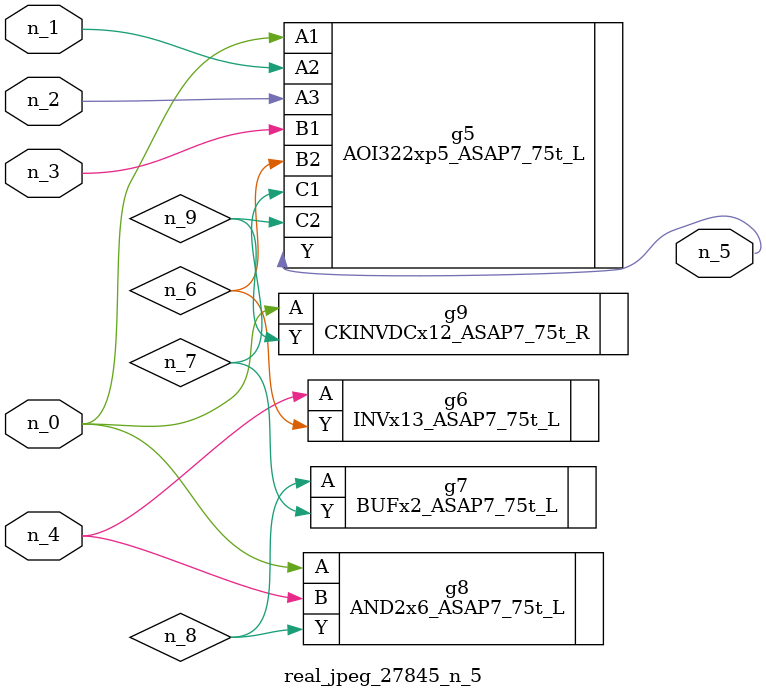
<source format=v>
module real_jpeg_27845_n_5 (n_4, n_0, n_1, n_2, n_3, n_5);

input n_4;
input n_0;
input n_1;
input n_2;
input n_3;

output n_5;

wire n_8;
wire n_6;
wire n_7;
wire n_9;

AOI322xp5_ASAP7_75t_L g5 ( 
.A1(n_0),
.A2(n_1),
.A3(n_2),
.B1(n_3),
.B2(n_6),
.C1(n_7),
.C2(n_9),
.Y(n_5)
);

AND2x6_ASAP7_75t_L g8 ( 
.A(n_0),
.B(n_4),
.Y(n_8)
);

CKINVDCx12_ASAP7_75t_R g9 ( 
.A(n_0),
.Y(n_9)
);

INVx13_ASAP7_75t_L g6 ( 
.A(n_4),
.Y(n_6)
);

BUFx2_ASAP7_75t_L g7 ( 
.A(n_8),
.Y(n_7)
);


endmodule
</source>
